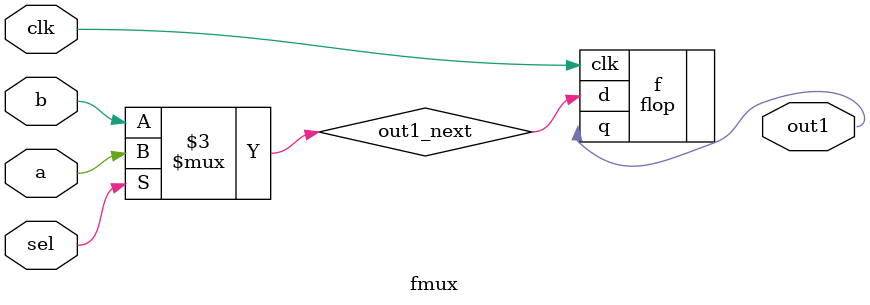
<source format=v>

module fmux(
  input clk,
//  input reset,

  input a,
  input b,
  input sel,
  output out1
);

reg out1_next;

always @(a or b) begin
  if (sel)
    out1_next = a;
  else
    out1_next = b;
end

flop f(.clk(clk), .d(out1_next), .q(out1));

endmodule


</source>
